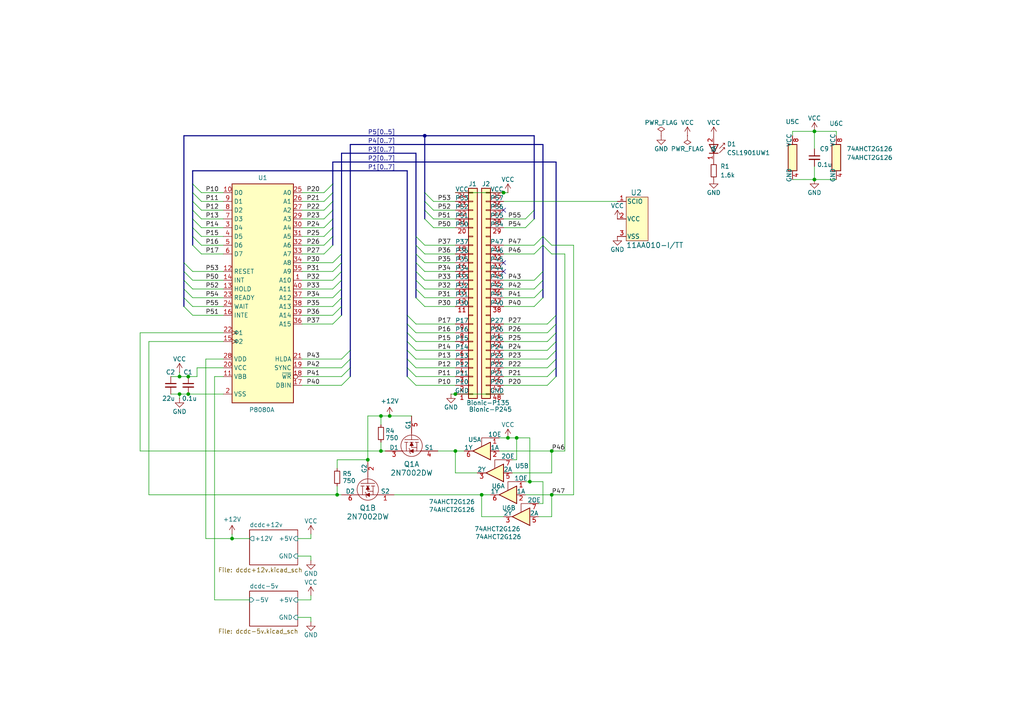
<source format=kicad_sch>
(kicad_sch (version 20231120) (generator "eeschema") (generator_version "8.0")
  (paper "A4")
  (title_block (title "BionicP8080") (date "2025-02-27") (rev "1") (company "Tadashi G. Takaoka"))
  (lib_symbols
    (symbol "Device:C_Small" (pin_numbers hide) (pin_names (offset 0.254) hide)
      (property "Reference" "C" (at 0.254 1.778 0))
      (property "Value" "C_Small" (at 0.254 -2.032 0))
      (symbol "C_Small_0_1"
        (polyline (pts (xy -1.524 -0.508) (xy 1.524 -0.508)) (stroke (width 0.3302)))
        (polyline (pts (xy -1.524 0.508) (xy 1.524 0.508)) (stroke (width 0.3048)))
      )
      (symbol "C_Small_1_1"
        (pin passive line (at 0 2.54 270) (length 2.032) (name "~") (number "1"))
        (pin passive line (at 0 -2.54 90) (length 2.032) (name "~") (number "2"))
      )
    )
    (symbol "Device:R_Small" (pin_numbers hide) (pin_names (offset 0.254) hide)
      (property "Reference" "R" (at 0.762 0.508 0))
      (property "Value" "R_Small" (at 0.762 -1.016 0))
      (symbol "R_Small_0_1"
        (rectangle (start -0.762 1.778) (end 0.762 -1.778) (stroke (width 0.2032)))
      )
      (symbol "R_Small_1_1"
        (pin passive line (at 0 2.54 270) (length 0.762) (name "~") (number "1"))
        (pin passive line (at 0 -2.54 90) (length 0.762) (name "~") (number "2"))
      )
    )
    (symbol "bionic:Bionic-P135" (pin_names (offset 0))
      (property "Reference" "J" (at 0 30.48 0))
      (property "Value" "Bionic-P135" (at -1.27 -33.02 0))
      (symbol "Bionic-P135_1_1"
        (rectangle (start 0 -30.353) (end -1.27 -30.607) (stroke (width 0.1524)))
        (rectangle (start 0 -27.813) (end -1.27 -28.067) (stroke (width 0.1524)))
        (rectangle (start 0 -25.273) (end -1.27 -25.527) (stroke (width 0.1524)))
        (rectangle (start 0 -22.733) (end -1.27 -22.987) (stroke (width 0.1524)))
        (rectangle (start 0 -20.193) (end -1.27 -20.447) (stroke (width 0.1524)))
        (rectangle (start 0 -17.653) (end -1.27 -17.907) (stroke (width 0.1524)))
        (rectangle (start 0 -15.113) (end -1.27 -15.367) (stroke (width 0.1524)))
        (rectangle (start 0 -12.573) (end -1.27 -12.827) (stroke (width 0.1524)))
        (rectangle (start 0 -10.033) (end -1.27 -10.287) (stroke (width 0.1524)))
        (rectangle (start 0 -7.493) (end -1.27 -7.747) (stroke (width 0.1524)))
        (rectangle (start 0 -4.953) (end -1.27 -5.207) (stroke (width 0.1524)))
        (rectangle (start 0 -2.413) (end -1.27 -2.667) (stroke (width 0.1524)))
        (rectangle (start 0 0.127) (end -1.27 -0.127) (stroke (width 0.1524)))
        (rectangle (start 0 2.667) (end -1.27 2.413) (stroke (width 0.1524)))
        (rectangle (start 0 5.207) (end -1.27 4.953) (stroke (width 0.1524)))
        (rectangle (start 0 7.747) (end -1.27 7.493) (stroke (width 0.1524)))
        (rectangle (start 0 10.287) (end -1.27 10.033) (stroke (width 0.1524)))
        (rectangle (start 0 12.827) (end -1.27 12.573) (stroke (width 0.1524)))
        (rectangle (start 0 15.367) (end -1.27 15.113) (stroke (width 0.1524)))
        (rectangle (start 0 17.907) (end -1.27 17.653) (stroke (width 0.1524)))
        (rectangle (start 0 20.447) (end -1.27 20.193) (stroke (width 0.1524)))
        (rectangle (start 0 22.987) (end -1.27 22.733) (stroke (width 0.1524)))
        (rectangle (start 0 25.527) (end -1.27 25.273) (stroke (width 0.1524)))
        (rectangle (start 0 28.067) (end -1.27 27.813) (stroke (width 0.1524)))
        (rectangle (start 1.27 29.21) (end -1.27 -31.75) (stroke (width 0.254)) (fill (type background)))
        (pin power_in line (at -5.08 -30.48 0) (length 3.81) (name "GND") (number "1"))
        (pin bidirectional line (at -5.08 -5.08 0) (length 3.81) (name "P30") (number "11"))
        (pin bidirectional line (at -5.08 -2.54 0) (length 3.81) (name "P31") (number "12"))
        (pin bidirectional line (at -5.08 0 0) (length 3.81) (name "P32") (number "13"))
        (pin bidirectional line (at -5.08 2.54 0) (length 3.81) (name "P33") (number "14"))
        (pin bidirectional line (at -5.08 5.08 0) (length 3.81) (name "P34") (number "15"))
        (pin bidirectional line (at -5.08 7.62 0) (length 3.81) (name "P35") (number "16"))
        (pin bidirectional line (at -5.08 10.16 0) (length 3.81) (name "P36") (number "17"))
        (pin bidirectional line (at -5.08 12.7 0) (length 3.81) (name "P37") (number "18"))
        (pin bidirectional line (at -5.08 -27.94 0) (length 3.81) (name "P10") (number "2"))
        (pin bidirectional line (at -5.08 17.78 0) (length 3.81) (name "P50") (number "20"))
        (pin bidirectional line (at -5.08 20.32 0) (length 3.81) (name "P51") (number "21"))
        (pin bidirectional line (at -5.08 22.86 0) (length 3.81) (name "P52") (number "22"))
        (pin bidirectional line (at -5.08 25.4 0) (length 3.81) (name "P53") (number "23"))
        (pin power_in line (at -5.08 27.94 0) (length 3.81) (name "VCC") (number "24"))
        (pin bidirectional line (at -5.08 -25.4 0) (length 3.81) (name "P11") (number "3"))
        (pin bidirectional line (at -5.08 -22.86 0) (length 3.81) (name "P12") (number "4"))
        (pin bidirectional line (at -5.08 -20.32 0) (length 3.81) (name "P13") (number "5"))
        (pin bidirectional line (at -5.08 -17.78 0) (length 3.81) (name "P14") (number "6"))
        (pin bidirectional line (at -5.08 -15.24 0) (length 3.81) (name "P15") (number "7"))
        (pin bidirectional line (at -5.08 -12.7 0) (length 3.81) (name "P16") (number "8"))
        (pin bidirectional line (at -5.08 -10.16 0) (length 3.81) (name "P17") (number "9"))
      )
    )
    (symbol "bionic:Bionic-P245" (pin_names (offset 0))
      (property "Reference" "J" (at -3.81 30.48 0))
      (property "Value" "Bionic-P245" (at -1.27 -33.02 0))
      (symbol "Bionic-P245_1_1"
        (rectangle (start -2.54 -30.607) (end -3.81 -30.353) (stroke (width 0.1524)))
        (rectangle (start -2.54 -28.067) (end -3.81 -27.813) (stroke (width 0.1524)))
        (rectangle (start -2.54 -25.527) (end -3.81 -25.273) (stroke (width 0.1524)))
        (rectangle (start -2.54 -22.987) (end -3.81 -22.733) (stroke (width 0.1524)))
        (rectangle (start -2.54 -20.447) (end -3.81 -20.193) (stroke (width 0.1524)))
        (rectangle (start -2.54 -17.907) (end -3.81 -17.653) (stroke (width 0.1524)))
        (rectangle (start -2.54 -15.367) (end -3.81 -15.113) (stroke (width 0.1524)))
        (rectangle (start -2.54 -12.827) (end -3.81 -12.573) (stroke (width 0.1524)))
        (rectangle (start -2.54 -10.287) (end -3.81 -10.033) (stroke (width 0.1524)))
        (rectangle (start -2.54 -7.747) (end -3.81 -7.493) (stroke (width 0.1524)))
        (rectangle (start -2.54 -5.207) (end -3.81 -4.953) (stroke (width 0.1524)))
        (rectangle (start -2.54 -2.667) (end -3.81 -2.413) (stroke (width 0.1524)))
        (rectangle (start -2.54 -0.127) (end -3.81 0.127) (stroke (width 0.1524)))
        (rectangle (start -2.54 2.413) (end -3.81 2.667) (stroke (width 0.1524)))
        (rectangle (start -2.54 4.953) (end -3.81 5.207) (stroke (width 0.1524)))
        (rectangle (start -2.54 7.493) (end -3.81 7.747) (stroke (width 0.1524)))
        (rectangle (start -2.54 10.033) (end -3.81 10.287) (stroke (width 0.1524)))
        (rectangle (start -2.54 12.573) (end -3.81 12.827) (stroke (width 0.1524)))
        (rectangle (start -2.54 15.113) (end -3.81 15.367) (stroke (width 0.1524)))
        (rectangle (start -2.54 17.653) (end -3.81 17.907) (stroke (width 0.1524)))
        (rectangle (start -2.54 20.193) (end -3.81 20.447) (stroke (width 0.1524)))
        (rectangle (start -2.54 22.733) (end -3.81 22.987) (stroke (width 0.1524)))
        (rectangle (start -2.54 25.273) (end -3.81 25.527) (stroke (width 0.1524)))
        (rectangle (start -2.54 27.813) (end -3.81 28.067) (stroke (width 0.1524)))
        (rectangle (start -2.54 29.21) (end -5.08 -31.75) (stroke (width 0.254)) (fill (type background)))
        (pin power_in line (at 1.27 27.94 180) (length 3.81) (name "VCC") (number "25"))
        (pin bidirectional line (at 1.27 25.4 180) (length 3.81) (name "P57") (number "26"))
        (pin bidirectional line (at 1.27 22.86 180) (length 3.81) (name "P56") (number "27"))
        (pin bidirectional line (at 1.27 20.32 180) (length 3.81) (name "P55") (number "28"))
        (pin bidirectional line (at 1.27 17.78 180) (length 3.81) (name "P54") (number "29"))
        (pin bidirectional line (at 1.27 12.7 180) (length 3.81) (name "P47") (number "31"))
        (pin bidirectional line (at 1.27 10.16 180) (length 3.81) (name "P46") (number "32"))
        (pin bidirectional line (at 1.27 7.62 180) (length 3.81) (name "P45") (number "33"))
        (pin bidirectional line (at 1.27 5.08 180) (length 3.81) (name "P44") (number "34"))
        (pin bidirectional line (at 1.27 2.54 180) (length 3.81) (name "P43") (number "35"))
        (pin bidirectional line (at 1.27 0 180) (length 3.81) (name "P42") (number "36"))
        (pin bidirectional line (at 1.27 -2.54 180) (length 3.81) (name "P41") (number "37"))
        (pin bidirectional line (at 1.27 -5.08 180) (length 3.81) (name "P40") (number "38"))
        (pin bidirectional line (at 1.27 -10.16 180) (length 3.81) (name "P27") (number "40"))
        (pin bidirectional line (at 1.27 -12.7 180) (length 3.81) (name "P26") (number "41"))
        (pin bidirectional line (at 1.27 -15.24 180) (length 3.81) (name "P25") (number "42"))
        (pin bidirectional line (at 1.27 -17.78 180) (length 3.81) (name "P24") (number "43"))
        (pin bidirectional line (at 1.27 -20.32 180) (length 3.81) (name "P23") (number "44"))
        (pin bidirectional line (at 1.27 -22.86 180) (length 3.81) (name "P22") (number "45"))
        (pin bidirectional line (at 1.27 -25.4 180) (length 3.81) (name "P21") (number "46"))
        (pin bidirectional line (at 1.27 -27.94 180) (length 3.81) (name "P20") (number "47"))
        (pin power_in line (at 1.27 -30.48 180) (length 3.81) (name "GND") (number "48"))
      )
    )
    (symbol "cpu:P8080A"
      (property "Reference" "U" (at -1.27 31.75 0))
      (property "Value" "P8080A" (at -0.254 -33.782 0))
      (symbol "P8080A_0_1"
        (rectangle (start -8.89 30.48) (end 8.89 -33.02) (stroke (width 0.254)) (fill (type background)))
      )
      (symbol "P8080A_1_1"
        (pin output line (at 11.43 2.54 180) (length 2.54) (name "A10") (number "1"))
        (pin bidirectional line (at -11.43 27.94 0) (length 2.54) (name "D0") (number "10"))
        (pin power_in line (at -11.43 -25.4 0) (length 2.54) (name "VBB") (number "11"))
        (pin input line (at -11.43 5.08 0) (length 2.54) (name "RESET") (number "12"))
        (pin input line (at -11.43 0 0) (length 2.54) (name "HOLD") (number "13"))
        (pin input line (at -11.43 2.54 0) (length 2.54) (name "INT") (number "14"))
        (pin input clock (at -11.43 -15.24 0) (length 2.54) (name "Φ2") (number "15"))
        (pin output line (at -11.43 -7.62 0) (length 2.54) (name "INTE") (number "16"))
        (pin output line (at 11.43 -27.94 180) (length 2.54) (name "DBIN") (number "17"))
        (pin output inverted (at 11.43 -25.4 180) (length 2.54) (name "~{WR}") (number "18"))
        (pin output line (at 11.43 -22.86 180) (length 2.54) (name "SYNC") (number "19"))
        (pin power_in line (at -11.43 -30.48 0) (length 2.54) (name "VSS") (number "2"))
        (pin power_in line (at -11.43 -22.86 0) (length 2.54) (name "VCC") (number "20"))
        (pin output line (at 11.43 -20.32 180) (length 2.54) (name "HLDA") (number "21"))
        (pin input clock (at -11.43 -12.7 0) (length 2.54) (name "Φ1") (number "22"))
        (pin input line (at -11.43 -2.54 0) (length 2.54) (name "READY") (number "23"))
        (pin output line (at -11.43 -5.08 0) (length 2.54) (name "WAIT") (number "24"))
        (pin output line (at 11.43 27.94 180) (length 2.54) (name "A0") (number "25"))
        (pin output line (at 11.43 25.4 180) (length 2.54) (name "A1") (number "26"))
        (pin output line (at 11.43 22.86 180) (length 2.54) (name "A2") (number "27"))
        (pin power_in line (at -11.43 -20.32 0) (length 2.54) (name "VDD") (number "28"))
        (pin output line (at 11.43 20.32 180) (length 2.54) (name "A3") (number "29"))
        (pin bidirectional line (at -11.43 17.78 0) (length 2.54) (name "D4") (number "3"))
        (pin output line (at 11.43 17.78 180) (length 2.54) (name "A4") (number "30"))
        (pin output line (at 11.43 15.24 180) (length 2.54) (name "A5") (number "31"))
        (pin output line (at 11.43 12.7 180) (length 2.54) (name "A6") (number "32"))
        (pin output line (at 11.43 10.16 180) (length 2.54) (name "A7") (number "33"))
        (pin output line (at 11.43 7.62 180) (length 2.54) (name "A8") (number "34"))
        (pin output line (at 11.43 5.08 180) (length 2.54) (name "A9") (number "35"))
        (pin output line (at 11.43 -10.16 180) (length 2.54) (name "A15") (number "36"))
        (pin output line (at 11.43 -2.54 180) (length 2.54) (name "A12") (number "37"))
        (pin output line (at 11.43 -5.08 180) (length 2.54) (name "A13") (number "38"))
        (pin output line (at 11.43 -7.62 180) (length 2.54) (name "A14") (number "39"))
        (pin bidirectional line (at -11.43 15.24 0) (length 2.54) (name "D5") (number "4"))
        (pin output line (at 11.43 0 180) (length 2.54) (name "A11") (number "40"))
        (pin bidirectional line (at -11.43 12.7 0) (length 2.54) (name "D6") (number "5"))
        (pin bidirectional line (at -11.43 10.16 0) (length 2.54) (name "D7") (number "6"))
        (pin bidirectional line (at -11.43 20.32 0) (length 2.54) (name "D3") (number "7"))
        (pin bidirectional line (at -11.43 22.86 0) (length 2.54) (name "D2") (number "8"))
        (pin bidirectional line (at -11.43 25.4 0) (length 2.54) (name "D1") (number "9"))
      )
    )
    (symbol "microchip:11AA010-I_TT" (pin_names (offset 0.254))
      (property "Reference" "U" (at 2.54 1.27 0))
      (property "Value" "11AA010-I/TT" (at 3.81 -13.97 0))
      (symbol "11AA010-I_TT_1_1"
        (rectangle (start 0 0) (end 6.35 -12.7) (fill (type background)))
        (pin bidirectional line (at -2.54 -1.27 0) (length 2.54) (name "SCIO") (number "1"))
        (pin power_in line (at -2.54 -6.35 0) (length 2.54) (name "VCC") (number "2"))
        (pin power_in line (at -2.54 -11.43 0) (length 2.54) (name "VSS") (number "3"))
      )
    )
    (symbol "nexperia:74AHCT2G126" (pin_names (offset 0))
      (property "Reference" "U" (at -1.524 3.556 0))
      (property "Value" "74AHCT2G126" (at 6.858 3.556 0))
      (symbol "74AHCT2G126_1_1"
        (polyline (pts (xy -2.54 -3.81) (xy 0 -3.81) (xy 0 -1.27)))
        (polyline (pts (xy -2.54 2.54) (xy -2.54 -2.54) (xy 2.54 0) (xy -2.54 2.54)) (stroke (width 0.254)) (fill (type background)))
        (pin input line (at -5.08 -3.81 0) (length 2.54) (name "1OE") (number "1"))
        (pin input line (at -5.08 0 0) (length 2.54) (name "1A") (number "2"))
        (pin tri_state line (at 5.08 0 180) (length 2.54) (name "1Y") (number "6"))
      )
      (symbol "74AHCT2G126_2_1"
        (polyline (pts (xy -2.54 -3.81) (xy 0 -3.81) (xy 0 -1.27)))
        (polyline (pts (xy -2.54 2.54) (xy -2.54 -2.54) (xy 2.54 0) (xy -2.54 2.54)) (stroke (width 0.254)) (fill (type background)))
        (pin tri_state line (at 5.08 0 180) (length 2.54) (name "2Y") (number "3"))
        (pin input line (at -5.08 0 0) (length 2.54) (name "2A") (number "5"))
        (pin input line (at -5.08 -3.81 0) (length 2.54) (name "2OE") (number "7"))
      )
      (symbol "74AHCT2G126_3_0"
        (rectangle (start -1.27 3.81) (end 1.27 -3.81) (stroke (width 0.254)) (fill (type background)))
      )
      (symbol "74AHCT2G126_3_1"
        (pin power_in line (at 0 -6.35 90) (length 2.54) (name "GND") (number "4"))
        (pin power_in line (at 0 6.35 270) (length 2.54) (name "VCC") (number "8"))
      )
    )
    (symbol "onsemi:2N7002DW" (pin_names (offset 0))
      (property "Reference" "Q" (at 8.128 10.668 0))
      (property "Value" "2N7002DW" (at 5.588 -19.558 0))
      (symbol "2N7002DW_1_1"
        (polyline (pts (xy 0 0) (xy 1.778 0)))
        (polyline (pts (xy 1.778 -2.032) (xy 1.778 2.032)))
        (polyline (pts (xy 2.54 -2.032) (xy 2.54 -1.016)))
        (polyline (pts (xy 2.54 -0.508) (xy 2.54 0.508)))
        (polyline (pts (xy 2.54 1.016) (xy 2.54 2.032)))
        (polyline (pts (xy 5.08 -1.524) (xy 5.08 -2.54)))
        (polyline (pts (xy 5.08 2.54) (xy 5.08 1.524)))
        (polyline (pts (xy 4.064 -1.524) (xy 4.064 0) (xy 3.556 0)))
        (polyline (pts (xy 5.08 -0.508) (xy 5.08 -1.524) (xy 2.54 -1.524)))
        (polyline (pts (xy 5.08 0.508) (xy 5.08 1.524) (xy 2.54 1.524)))
        (polyline (pts (xy 2.54 0) (xy 3.556 0.508) (xy 3.556 -0.508) (xy 2.54 0)) (fill (type outline)))
        (polyline (pts (xy 4.318 0.762) (xy 4.572 0.508) (xy 5.588 0.508) (xy 5.842 0.254)))
        (polyline (pts (xy 5.08 0.508) (xy 5.588 -0.508) (xy 4.572 -0.508) (xy 5.08 0.508)) (fill (type outline)))
        (circle (center 3.556 0) (radius 3.1005))
        (pin unspecified line (at 5.08 7.62 270) (length 5.08) (name "D1") (number "3"))
        (pin unspecified line (at 5.08 -7.62 90) (length 5.08) (name "S1") (number "4"))
        (pin unspecified line (at -5.08 0 0) (length 5.08) (name "G1") (number "5"))
      )
      (symbol "2N7002DW_2_1"
        (polyline (pts (xy 0 0) (xy 1.778 0)))
        (polyline (pts (xy 1.778 -2.032) (xy 1.778 2.032)))
        (polyline (pts (xy 2.54 -2.032) (xy 2.54 -1.016)))
        (polyline (pts (xy 2.54 -0.508) (xy 2.54 0.508)))
        (polyline (pts (xy 2.54 1.016) (xy 2.54 2.032)))
        (polyline (pts (xy 5.08 -1.524) (xy 5.08 -2.54)))
        (polyline (pts (xy 5.08 2.54) (xy 5.08 1.524)))
        (polyline (pts (xy 4.064 -1.524) (xy 4.064 0) (xy 3.556 0)))
        (polyline (pts (xy 5.08 -0.508) (xy 5.08 -1.524) (xy 2.54 -1.524)))
        (polyline (pts (xy 5.08 0.508) (xy 5.08 1.524) (xy 2.54 1.524)))
        (polyline (pts (xy 2.54 0) (xy 3.556 0.508) (xy 3.556 -0.508) (xy 2.54 0)) (fill (type outline)))
        (polyline (pts (xy 4.318 0.762) (xy 4.572 0.508) (xy 5.588 0.508) (xy 5.842 0.254)))
        (polyline (pts (xy 5.08 0.508) (xy 5.588 -0.508) (xy 4.572 -0.508) (xy 5.08 0.508)) (fill (type outline)))
        (circle (center 3.556 0) (radius 3.1005))
        (pin unspecified line (at 5.08 -7.62 90) (length 5.08) (name "S2") (number "1"))
        (pin unspecified line (at -5.08 0 0) (length 5.08) (name "G2") (number "2"))
        (pin unspecified line (at 5.08 7.62 270) (length 5.08) (name "D2") (number "6"))
      )
    )
    (symbol "power:+12V" (power) (pin_numbers hide) (pin_names (offset 0) hide)
      (property "Value" "+12V" (at 0 3.556 0))
      (symbol "+12V_0_1"
        (polyline (pts (xy -0.762 1.27) (xy 0 2.54)))
        (polyline (pts (xy 0 0) (xy 0 2.54)))
        (polyline (pts (xy 0 2.54) (xy 0.762 1.27)))
      )
      (symbol "+12V_1_1"
        (pin power_in line (at 0 0 90) (length 0) (name "~") (number "1"))
      )
    )
    (symbol "power:GND" (power) (pin_numbers hide) (pin_names (offset 0) hide)
      (property "Value" "GND" (at 0 -3.81 0))
      (symbol "GND_0_1"
        (polyline (pts (xy 0 0) (xy 0 -1.27) (xy 1.27 -1.27) (xy 0 -2.54) (xy -1.27 -1.27) (xy 0 -1.27)))
      )
      (symbol "GND_1_1"
        (pin power_in line (at 0 0 270) (length 0) (name "~") (number "1"))
      )
    )
    (symbol "power:PWR_FLAG" (power) (pin_numbers hide) (pin_names (offset 0) hide)
      (property "Value" "PWR_FLAG" (at 0 3.81 0))
      (symbol "PWR_FLAG_0_0"
        (pin power_out line (at 0 0 90) (length 0) (name "~") (number "1"))
      )
      (symbol "PWR_FLAG_0_1"
        (polyline (pts (xy 0 0) (xy 0 1.27) (xy -1.016 1.905) (xy 0 2.54) (xy 1.016 1.905) (xy 0 1.27)))
      )
    )
    (symbol "power:VCC" (power) (pin_numbers hide) (pin_names (offset 0) hide)
      (property "Value" "VCC" (at 0 3.556 0))
      (symbol "VCC_0_1"
        (polyline (pts (xy -0.762 1.27) (xy 0 2.54)))
        (polyline (pts (xy 0 0) (xy 0 2.54)))
        (polyline (pts (xy 0 2.54) (xy 0.762 1.27)))
      )
      (symbol "VCC_1_1"
        (pin power_in line (at 0 0 90) (length 0) (name "~") (number "1"))
      )
    )
    (symbol "rhom:CSL1901UW1" (pin_names (offset 0.254))
      (property "Reference" "D" (at 3.81 -2.54 0))
      (property "Value" "CSL1901UW1" (at 3.81 -5.08 0))
      (symbol "CSL1901UW1_0_1"
        (polyline (pts (xy 2.159 3.175) (xy 2.667 3.175)))
        (polyline (pts (xy 2.54 0) (xy 5.08 0)))
        (polyline (pts (xy 5.08 1.27) (xy 5.08 -1.27)) (stroke (width 0.254)))
        (polyline (pts (xy 3.683 1.651) (xy 2.159 3.175) (xy 2.159 2.667)))
        (polyline (pts (xy 2.54 -1.27) (xy 5.08 0) (xy 2.54 1.27) (xy 2.54 -1.27)) (stroke (width 0.254)))
        (polyline (pts (xy 4.953 1.651) (xy 3.429 3.175) (xy 3.429 2.667) (xy 3.429 3.175) (xy 3.937 3.175)))
      )
      (symbol "CSL1901UW1_1_1"
        (pin passive line (at 7.62 0 180) (length 2.54) (name "K") (number "1"))
        (pin passive line (at 0 0 0) (length 2.54) (name "A") (number "2"))
      )
      (symbol "CSL1901UW1_1_2"
        (polyline (pts (xy -5.08 7.62) (xy -4.445 8.255)) (stroke (width 0.2032)))
        (polyline (pts (xy -5.08 8.255) (xy -5.08 7.62)) (stroke (width 0.2032)))
        (polyline (pts (xy -4.445 6.35) (xy -3.81 6.985)) (stroke (width 0.2032)))
        (polyline (pts (xy -4.445 8.255) (xy -5.08 8.255)) (stroke (width 0.2032)))
        (polyline (pts (xy -4.445 9.525) (xy -3.81 10.16)) (stroke (width 0.2032)))
        (polyline (pts (xy -4.445 10.16) (xy -4.445 9.525)) (stroke (width 0.2032)))
        (polyline (pts (xy -3.81 6.985) (xy -5.08 8.255)) (stroke (width 0.2032)))
        (polyline (pts (xy -3.81 8.255) (xy -3.175 8.89)) (stroke (width 0.2032)))
        (polyline (pts (xy -3.81 10.16) (xy -4.445 10.16)) (stroke (width 0.2032)))
        (polyline (pts (xy -3.175 5.08) (xy -4.445 6.35)) (stroke (width 0.2032)))
        (polyline (pts (xy -3.175 8.89) (xy -4.445 10.16)) (stroke (width 0.2032)))
        (polyline (pts (xy -2.54 6.985) (xy -3.81 8.255)) (stroke (width 0.2032)))
        (polyline (pts (xy -1.905 3.81) (xy 1.905 3.81)) (stroke (width 0.2032)))
        (polyline (pts (xy 0 2.54) (xy 0 3.4798)) (stroke (width 0.2032)))
        (polyline (pts (xy 0 3.175) (xy 0 3.81)) (stroke (width 0.2032)))
        (polyline (pts (xy 0 6.35) (xy -1.905 3.81)) (stroke (width 0.2032)))
        (polyline (pts (xy 0 6.35) (xy 0 7.62)) (stroke (width 0.2032)))
        (polyline (pts (xy 1.905 3.81) (xy 0 6.35)) (stroke (width 0.2032)))
        (polyline (pts (xy 1.905 6.35) (xy -1.905 6.35)) (stroke (width 0.2032)))
        (pin unspecified line (at 0 10.16 270) (length 2.54) (name "") (number "1"))
        (pin unspecified line (at 0 0 90) (length 2.54) (name "") (number "2"))
      )
    )
  )
  (junction (at 160.02 143.51))
  (junction (at 139.7 143.51))
  (junction (at 123.19 39.37))
  (junction (at 149.86 127))
  (junction (at 236.22 38.1))
  (junction (at 160.02 130.81))
  (junction (at 147.32 127))
  (junction (at 54.61 109.22))
  (junction (at 132.08 114.3))
  (junction (at 97.79 143.51))
  (junction (at 236.22 52.07))
  (junction (at 110.49 130.81))
  (junction (at 146.05 55.88))
  (junction (at 52.07 109.22))
  (junction (at 153.67 139.7))
  (junction (at 54.61 114.3))
  (junction (at 113.03 120.65))
  (junction (at 132.08 130.81))
  (junction (at 106.68 133.35))
  (junction (at 67.31 156.21))
  (junction (at 110.49 120.65))
  (junction (at 52.07 114.3))
  (no_connect (at 146.05 78.74))
  (no_connect (at 146.05 60.96))
  (no_connect (at 146.05 76.2))
  (bus_entry (at 154.94 73.66) (size 2.54 -2.54))
  (bus_entry (at 161.29 109.22) (size -2.54 2.54))
  (bus_entry (at 99.06 88.9) (size -2.54 2.54))
  (bus_entry (at 120.65 86.36) (size 2.54 2.54))
  (bus_entry (at 96.52 81.28) (size 2.54 -2.54))
  (bus_entry (at 55.88 91.44) (size -2.54 -2.54))
  (bus_entry (at 120.65 104.14) (size -2.54 -2.54))
  (bus_entry (at 99.06 91.44) (size -2.54 2.54))
  (bus_entry (at 161.29 93.98) (size -2.54 2.54))
  (bus_entry (at 96.52 78.74) (size 2.54 -2.54))
  (bus_entry (at 53.34 78.74) (size 2.54 2.54))
  (bus_entry (at 96.52 60.96) (size -2.54 2.54))
  (bus_entry (at 101.6 106.68) (size -2.54 2.54))
  (bus_entry (at 123.19 58.42) (size 2.54 2.54))
  (bus_entry (at 154.94 71.12) (size 2.54 -2.54))
  (bus_entry (at 58.42 55.88) (size -2.54 -2.54))
  (bus_entry (at 152.4 66.04) (size 2.54 -2.54))
  (bus_entry (at 161.29 101.6) (size -2.54 2.54))
  (bus_entry (at 120.65 109.22) (size -2.54 -2.54))
  (bus_entry (at 161.29 96.52) (size -2.54 2.54))
  (bus_entry (at 154.94 86.36) (size 2.54 -2.54))
  (bus_entry (at 58.42 68.58) (size -2.54 -2.54))
  (bus_entry (at 120.65 111.76) (size -2.54 -2.54))
  (bus_entry (at 120.65 93.98) (size -2.54 -2.54))
  (bus_entry (at 120.65 83.82) (size 2.54 2.54))
  (bus_entry (at 160.02 73.66) (size -2.54 -2.54))
  (bus_entry (at 96.52 83.82) (size 2.54 -2.54))
  (bus_entry (at 160.02 71.12) (size -2.54 -2.54))
  (bus_entry (at 96.52 68.58) (size -2.54 2.54))
  (bus_entry (at 96.52 71.12) (size -2.54 2.54))
  (bus_entry (at 58.42 60.96) (size -2.54 -2.54))
  (bus_entry (at 120.65 99.06) (size -2.54 -2.54))
  (bus_entry (at 96.52 66.04) (size -2.54 2.54))
  (bus_entry (at 120.65 81.28) (size 2.54 2.54))
  (bus_entry (at 120.65 73.66) (size 2.54 2.54))
  (bus_entry (at 123.19 60.96) (size 2.54 2.54))
  (bus_entry (at 161.29 106.68) (size -2.54 2.54))
  (bus_entry (at 161.29 99.06) (size -2.54 2.54))
  (bus_entry (at 120.65 71.12) (size 2.54 2.54))
  (bus_entry (at 96.52 53.34) (size -2.54 2.54))
  (bus_entry (at 58.42 71.12) (size -2.54 -2.54))
  (bus_entry (at 120.65 68.58) (size 2.54 2.54))
  (bus_entry (at 120.65 101.6) (size -2.54 -2.54))
  (bus_entry (at 55.88 88.9) (size -2.54 -2.54))
  (bus_entry (at 158.75 93.98) (size 2.54 -2.54))
  (bus_entry (at 58.42 58.42) (size -2.54 -2.54))
  (bus_entry (at 58.42 73.66) (size -2.54 -2.54))
  (bus_entry (at 96.52 58.42) (size -2.54 2.54))
  (bus_entry (at 123.19 55.88) (size 2.54 2.54))
  (bus_entry (at 53.34 76.2) (size 2.54 2.54))
  (bus_entry (at 99.06 86.36) (size -2.54 2.54))
  (bus_entry (at 96.52 55.88) (size -2.54 2.54))
  (bus_entry (at 55.88 86.36) (size -2.54 -2.54))
  (bus_entry (at 123.19 63.5) (size 2.54 2.54))
  (bus_entry (at 101.6 104.14) (size -2.54 2.54))
  (bus_entry (at 101.6 109.22) (size -2.54 2.54))
  (bus_entry (at 96.52 63.5) (size -2.54 2.54))
  (bus_entry (at 154.94 83.82) (size 2.54 -2.54))
  (bus_entry (at 161.29 104.14) (size -2.54 2.54))
  (bus_entry (at 120.65 106.68) (size -2.54 -2.54))
  (bus_entry (at 99.06 83.82) (size -2.54 2.54))
  (bus_entry (at 120.65 76.2) (size 2.54 2.54))
  (bus_entry (at 58.42 66.04) (size -2.54 -2.54))
  (bus_entry (at 120.65 96.52) (size -2.54 -2.54))
  (bus_entry (at 152.4 63.5) (size 2.54 -2.54))
  (bus_entry (at 96.52 76.2) (size 2.54 -2.54))
  (bus_entry (at 120.65 78.74) (size 2.54 2.54))
  (bus_entry (at 101.6 101.6) (size -2.54 2.54))
  (bus_entry (at 154.94 81.28) (size 2.54 -2.54))
  (bus_entry (at 154.94 88.9) (size 2.54 -2.54))
  (bus_entry (at 53.34 81.28) (size 2.54 2.54))
  (bus_entry (at 58.42 63.5) (size -2.54 -2.54))
  (wire (pts (xy 123.19 81.28) (xy 132.08 81.28)))
  (wire (pts (xy 157.48 146.05) (xy 156.21 146.05)))
  (wire (pts (xy 58.42 63.5) (xy 64.77 63.5)))
  (wire (pts (xy 123.19 86.36) (xy 132.08 86.36)))
  (wire (pts (xy 87.63 60.96) (xy 93.98 60.96)))
  (wire (pts (xy 90.17 161.29) (xy 90.17 162.56)))
  (wire (pts (xy 120.65 99.06) (xy 132.08 99.06)))
  (wire (pts (xy 127 130.81) (xy 132.08 130.81)))
  (wire (pts (xy 87.63 83.82) (xy 96.52 83.82)))
  (wire (pts (xy 125.73 66.04) (xy 132.08 66.04)))
  (bus (pts (xy 161.29 106.68) (xy 161.29 109.22)))
  (bus (pts (xy 120.65 78.74) (xy 120.65 81.28)))
  (bus (pts (xy 161.29 93.98) (xy 161.29 96.52)))
  (bus (pts (xy 118.11 104.14) (xy 118.11 106.68)))
  (bus (pts (xy 101.6 104.14) (xy 101.6 101.6)))
  (bus (pts (xy 96.52 46.99) (xy 161.29 46.99)))
  (bus (pts (xy 154.94 60.96) (xy 154.94 39.37)))
  (wire (pts (xy 236.22 52.07) (xy 229.87 52.07)))
  (wire (pts (xy 236.22 52.07) (xy 242.57 52.07)))
  (wire (pts (xy 58.42 73.66) (xy 64.77 73.66)))
  (wire (pts (xy 163.83 73.66) (xy 163.83 130.81)))
  (bus (pts (xy 161.29 96.52) (xy 161.29 99.06)))
  (wire (pts (xy 139.7 143.51) (xy 142.24 143.51)))
  (bus (pts (xy 154.94 63.5) (xy 154.94 60.96)))
  (wire (pts (xy 146.05 86.36) (xy 154.94 86.36)))
  (bus (pts (xy 161.29 104.14) (xy 161.29 106.68)))
  (wire (pts (xy 86.36 173.99) (xy 90.17 173.99)))
  (wire (pts (xy 144.78 127) (xy 147.32 127)))
  (wire (pts (xy 120.65 93.98) (xy 132.08 93.98)))
  (wire (pts (xy 146.05 71.12) (xy 154.94 71.12)))
  (bus (pts (xy 118.11 99.06) (xy 118.11 101.6)))
  (bus (pts (xy 161.29 99.06) (xy 161.29 101.6)))
  (wire (pts (xy 146.05 111.76) (xy 158.75 111.76)))
  (wire (pts (xy 87.63 58.42) (xy 93.98 58.42)))
  (bus (pts (xy 55.88 49.53) (xy 118.11 49.53)))
  (wire (pts (xy 153.67 139.7) (xy 157.48 139.7)))
  (wire (pts (xy 147.32 55.88) (xy 146.05 55.88)))
  (wire (pts (xy 149.86 133.35) (xy 149.86 127)))
  (wire (pts (xy 43.18 143.51) (xy 43.18 99.06)))
  (wire (pts (xy 49.53 114.3) (xy 52.07 114.3)))
  (wire (pts (xy 163.83 73.66) (xy 160.02 73.66)))
  (wire (pts (xy 52.07 114.3) (xy 54.61 114.3)))
  (wire (pts (xy 111.76 130.81) (xy 110.49 130.81)))
  (wire (pts (xy 87.63 93.98) (xy 96.52 93.98)))
  (bus (pts (xy 157.48 81.28) (xy 157.48 78.74)))
  (wire (pts (xy 57.15 106.68) (xy 57.15 109.22)))
  (wire (pts (xy 87.63 111.76) (xy 99.06 111.76)))
  (wire (pts (xy 130.81 114.3) (xy 132.08 114.3)))
  (bus (pts (xy 123.19 60.96) (xy 123.19 63.5)))
  (wire (pts (xy 148.59 137.16) (xy 160.02 137.16)))
  (wire (pts (xy 90.17 173.99) (xy 90.17 172.72)))
  (wire (pts (xy 123.19 76.2) (xy 132.08 76.2)))
  (bus (pts (xy 157.48 71.12) (xy 157.48 68.58)))
  (wire (pts (xy 236.22 48.26) (xy 236.22 52.07)))
  (wire (pts (xy 49.53 109.22) (xy 52.07 109.22)))
  (bus (pts (xy 96.52 63.5) (xy 96.52 66.04)))
  (wire (pts (xy 123.19 88.9) (xy 132.08 88.9)))
  (wire (pts (xy 106.68 120.65) (xy 106.68 133.35)))
  (wire (pts (xy 87.63 88.9) (xy 96.52 88.9)))
  (wire (pts (xy 55.88 86.36) (xy 64.77 86.36)))
  (wire (pts (xy 242.57 39.37) (xy 242.57 38.1)))
  (bus (pts (xy 118.11 106.68) (xy 118.11 109.22)))
  (wire (pts (xy 86.36 161.29) (xy 90.17 161.29)))
  (bus (pts (xy 53.34 81.28) (xy 53.34 83.82)))
  (wire (pts (xy 43.18 99.06) (xy 64.77 99.06)))
  (wire (pts (xy 148.59 133.35) (xy 149.86 133.35)))
  (wire (pts (xy 62.23 173.99) (xy 62.23 109.22)))
  (wire (pts (xy 55.88 78.74) (xy 64.77 78.74)))
  (wire (pts (xy 97.79 135.89) (xy 97.79 133.35)))
  (bus (pts (xy 101.6 106.68) (xy 101.6 109.22)))
  (bus (pts (xy 99.06 73.66) (xy 99.06 44.45)))
  (bus (pts (xy 53.34 86.36) (xy 53.34 83.82)))
  (wire (pts (xy 55.88 91.44) (xy 64.77 91.44)))
  (wire (pts (xy 87.63 86.36) (xy 96.52 86.36)))
  (wire (pts (xy 58.42 60.96) (xy 64.77 60.96)))
  (bus (pts (xy 55.88 58.42) (xy 55.88 60.96)))
  (wire (pts (xy 146.05 73.66) (xy 154.94 73.66)))
  (wire (pts (xy 139.7 149.86) (xy 139.7 143.51)))
  (bus (pts (xy 120.65 44.45) (xy 120.65 68.58)))
  (wire (pts (xy 40.64 96.52) (xy 40.64 130.81)))
  (wire (pts (xy 229.87 38.1) (xy 229.87 39.37)))
  (wire (pts (xy 87.63 73.66) (xy 93.98 73.66)))
  (wire (pts (xy 153.67 139.7) (xy 152.4 139.7)))
  (bus (pts (xy 96.52 68.58) (xy 96.52 71.12)))
  (wire (pts (xy 120.65 96.52) (xy 132.08 96.52)))
  (wire (pts (xy 110.49 130.81) (xy 40.64 130.81)))
  (wire (pts (xy 146.05 106.68) (xy 158.75 106.68)))
  (bus (pts (xy 55.88 68.58) (xy 55.88 71.12)))
  (bus (pts (xy 161.29 101.6) (xy 161.29 104.14)))
  (bus (pts (xy 123.19 39.37) (xy 123.19 55.88)))
  (bus (pts (xy 99.06 78.74) (xy 99.06 81.28)))
  (wire (pts (xy 110.49 128.27) (xy 110.49 130.81)))
  (wire (pts (xy 138.43 137.16) (xy 132.08 137.16)))
  (wire (pts (xy 87.63 109.22) (xy 99.06 109.22)))
  (bus (pts (xy 53.34 78.74) (xy 53.34 81.28)))
  (wire (pts (xy 58.42 71.12) (xy 64.77 71.12)))
  (wire (pts (xy 236.22 43.18) (xy 236.22 38.1)))
  (wire (pts (xy 120.65 111.76) (xy 132.08 111.76)))
  (wire (pts (xy 149.86 127) (xy 147.32 127)))
  (bus (pts (xy 118.11 96.52) (xy 118.11 99.06)))
  (wire (pts (xy 146.05 58.42) (xy 179.07 58.42)))
  (wire (pts (xy 87.63 68.58) (xy 93.98 68.58)))
  (wire (pts (xy 132.08 137.16) (xy 132.08 130.81)))
  (wire (pts (xy 86.36 179.07) (xy 90.17 179.07)))
  (wire (pts (xy 87.63 104.14) (xy 99.06 104.14)))
  (bus (pts (xy 120.65 83.82) (xy 120.65 86.36)))
  (bus (pts (xy 157.48 83.82) (xy 157.48 81.28)))
  (wire (pts (xy 166.37 71.12) (xy 160.02 71.12)))
  (bus (pts (xy 53.34 88.9) (xy 53.34 86.36)))
  (bus (pts (xy 154.94 39.37) (xy 123.19 39.37)))
  (wire (pts (xy 125.73 60.96) (xy 132.08 60.96)))
  (wire (pts (xy 123.19 83.82) (xy 132.08 83.82)))
  (bus (pts (xy 118.11 49.53) (xy 118.11 91.44)))
  (wire (pts (xy 123.19 71.12) (xy 132.08 71.12)))
  (wire (pts (xy 58.42 58.42) (xy 64.77 58.42)))
  (bus (pts (xy 55.88 60.96) (xy 55.88 63.5)))
  (bus (pts (xy 55.88 53.34) (xy 55.88 49.53)))
  (wire (pts (xy 87.63 76.2) (xy 96.52 76.2)))
  (wire (pts (xy 146.05 104.14) (xy 158.75 104.14)))
  (bus (pts (xy 120.65 73.66) (xy 120.65 76.2)))
  (wire (pts (xy 114.3 143.51) (xy 139.7 143.51)))
  (bus (pts (xy 161.29 91.44) (xy 161.29 93.98)))
  (wire (pts (xy 125.73 58.42) (xy 132.08 58.42)))
  (wire (pts (xy 87.63 81.28) (xy 96.52 81.28)))
  (bus (pts (xy 118.11 93.98) (xy 118.11 96.52)))
  (bus (pts (xy 99.06 88.9) (xy 99.06 91.44)))
  (bus (pts (xy 157.48 86.36) (xy 157.48 83.82)))
  (wire (pts (xy 119.38 120.65) (xy 113.03 120.65)))
  (wire (pts (xy 43.18 143.51) (xy 97.79 143.51)))
  (wire (pts (xy 120.65 104.14) (xy 132.08 104.14)))
  (wire (pts (xy 146.05 93.98) (xy 158.75 93.98)))
  (wire (pts (xy 64.77 83.82) (xy 55.88 83.82)))
  (bus (pts (xy 55.88 55.88) (xy 55.88 58.42)))
  (wire (pts (xy 97.79 140.97) (xy 97.79 143.51)))
  (wire (pts (xy 59.69 104.14) (xy 64.77 104.14)))
  (wire (pts (xy 146.05 109.22) (xy 158.75 109.22)))
  (bus (pts (xy 99.06 44.45) (xy 120.65 44.45)))
  (wire (pts (xy 64.77 106.68) (xy 57.15 106.68)))
  (wire (pts (xy 52.07 107.95) (xy 52.07 109.22)))
  (wire (pts (xy 55.88 81.28) (xy 64.77 81.28)))
  (bus (pts (xy 118.11 91.44) (xy 118.11 93.98)))
  (bus (pts (xy 96.52 53.34) (xy 96.52 55.88)))
  (bus (pts (xy 53.34 39.37) (xy 123.19 39.37)))
  (wire (pts (xy 67.31 156.21) (xy 59.69 156.21)))
  (wire (pts (xy 97.79 143.51) (xy 99.06 143.51)))
  (bus (pts (xy 120.65 76.2) (xy 120.65 78.74)))
  (wire (pts (xy 146.05 63.5) (xy 152.4 63.5)))
  (bus (pts (xy 96.52 53.34) (xy 96.52 46.99)))
  (bus (pts (xy 96.52 55.88) (xy 96.52 58.42)))
  (wire (pts (xy 146.05 83.82) (xy 154.94 83.82)))
  (wire (pts (xy 72.39 173.99) (xy 62.23 173.99)))
  (bus (pts (xy 161.29 46.99) (xy 161.29 91.44)))
  (bus (pts (xy 120.65 68.58) (xy 120.65 71.12)))
  (wire (pts (xy 160.02 137.16) (xy 160.02 130.81)))
  (wire (pts (xy 87.63 78.74) (xy 96.52 78.74)))
  (wire (pts (xy 54.61 114.3) (xy 64.77 114.3)))
  (wire (pts (xy 153.67 139.7) (xy 153.67 127)))
  (wire (pts (xy 87.63 63.5) (xy 93.98 63.5)))
  (bus (pts (xy 120.65 81.28) (xy 120.65 83.82)))
  (wire (pts (xy 87.63 55.88) (xy 93.98 55.88)))
  (bus (pts (xy 157.48 71.12) (xy 157.48 78.74)))
  (wire (pts (xy 144.78 130.81) (xy 160.02 130.81)))
  (bus (pts (xy 99.06 81.28) (xy 99.06 83.82)))
  (wire (pts (xy 110.49 120.65) (xy 110.49 123.19)))
  (wire (pts (xy 58.42 68.58) (xy 64.77 68.58)))
  (bus (pts (xy 99.06 83.82) (xy 99.06 86.36)))
  (wire (pts (xy 87.63 91.44) (xy 96.52 91.44)))
  (bus (pts (xy 55.88 66.04) (xy 55.88 68.58)))
  (wire (pts (xy 146.05 66.04) (xy 152.4 66.04)))
  (wire (pts (xy 146.05 101.6) (xy 158.75 101.6)))
  (wire (pts (xy 52.07 114.3) (xy 52.07 115.57)))
  (wire (pts (xy 58.42 55.88) (xy 64.77 55.88)))
  (wire (pts (xy 87.63 71.12) (xy 93.98 71.12)))
  (bus (pts (xy 157.48 41.91) (xy 157.48 68.58)))
  (wire (pts (xy 160.02 130.81) (xy 163.83 130.81)))
  (wire (pts (xy 57.15 109.22) (xy 54.61 109.22)))
  (wire (pts (xy 87.63 106.68) (xy 99.06 106.68)))
  (bus (pts (xy 96.52 60.96) (xy 96.52 63.5)))
  (wire (pts (xy 97.79 133.35) (xy 106.68 133.35)))
  (wire (pts (xy 59.69 156.21) (xy 59.69 104.14)))
  (wire (pts (xy 236.22 38.1) (xy 229.87 38.1)))
  (wire (pts (xy 146.05 88.9) (xy 154.94 88.9)))
  (bus (pts (xy 53.34 39.37) (xy 53.34 76.2)))
  (wire (pts (xy 90.17 179.07) (xy 90.17 180.34)))
  (bus (pts (xy 55.88 53.34) (xy 55.88 55.88)))
  (wire (pts (xy 146.05 149.86) (xy 139.7 149.86)))
  (wire (pts (xy 236.22 38.1) (xy 242.57 38.1)))
  (bus (pts (xy 96.52 66.04) (xy 96.52 68.58)))
  (wire (pts (xy 166.37 71.12) (xy 166.37 143.51)))
  (wire (pts (xy 160.02 143.51) (xy 166.37 143.51)))
  (wire (pts (xy 123.19 78.74) (xy 132.08 78.74)))
  (wire (pts (xy 113.03 120.65) (xy 110.49 120.65)))
  (wire (pts (xy 87.63 66.04) (xy 93.98 66.04)))
  (wire (pts (xy 55.88 88.9) (xy 64.77 88.9)))
  (wire (pts (xy 120.65 101.6) (xy 132.08 101.6)))
  (wire (pts (xy 40.64 96.52) (xy 64.77 96.52)))
  (wire (pts (xy 149.86 127) (xy 153.67 127)))
  (bus (pts (xy 120.65 71.12) (xy 120.65 73.66)))
  (bus (pts (xy 101.6 104.14) (xy 101.6 106.68)))
  (bus (pts (xy 53.34 76.2) (xy 53.34 78.74)))
  (wire (pts (xy 157.48 146.05) (xy 157.48 139.7)))
  (bus (pts (xy 101.6 41.91) (xy 101.6 101.6)))
  (wire (pts (xy 120.65 106.68) (xy 132.08 106.68)))
  (wire (pts (xy 160.02 149.86) (xy 160.02 143.51)))
  (wire (pts (xy 52.07 109.22) (xy 54.61 109.22)))
  (bus (pts (xy 99.06 86.36) (xy 99.06 88.9)))
  (wire (pts (xy 132.08 55.88) (xy 146.05 55.88)))
  (wire (pts (xy 58.42 66.04) (xy 64.77 66.04)))
  (wire (pts (xy 132.08 114.3) (xy 146.05 114.3)))
  (bus (pts (xy 99.06 73.66) (xy 99.06 76.2)))
  (wire (pts (xy 67.31 154.94) (xy 67.31 156.21)))
  (wire (pts (xy 123.19 73.66) (xy 132.08 73.66)))
  (wire (pts (xy 90.17 156.21) (xy 90.17 154.94)))
  (wire (pts (xy 72.39 156.21) (xy 67.31 156.21)))
  (bus (pts (xy 55.88 63.5) (xy 55.88 66.04)))
  (wire (pts (xy 152.4 143.51) (xy 160.02 143.51)))
  (wire (pts (xy 146.05 96.52) (xy 158.75 96.52)))
  (wire (pts (xy 156.21 149.86) (xy 160.02 149.86)))
  (bus (pts (xy 123.19 58.42) (xy 123.19 60.96)))
  (bus (pts (xy 99.06 76.2) (xy 99.06 78.74)))
  (wire (pts (xy 120.65 109.22) (xy 132.08 109.22)))
  (bus (pts (xy 96.52 58.42) (xy 96.52 60.96)))
  (wire (pts (xy 125.73 63.5) (xy 132.08 63.5)))
  (bus (pts (xy 101.6 41.91) (xy 157.48 41.91)))
  (bus (pts (xy 123.19 55.88) (xy 123.19 58.42)))
  (wire (pts (xy 86.36 156.21) (xy 90.17 156.21)))
  (wire (pts (xy 146.05 81.28) (xy 154.94 81.28)))
  (wire (pts (xy 146.05 99.06) (xy 158.75 99.06)))
  (wire (pts (xy 62.23 109.22) (xy 64.77 109.22)))
  (wire (pts (xy 110.49 120.65) (xy 106.68 120.65)))
  (wire (pts (xy 132.08 130.81) (xy 134.62 130.81)))
  (bus (pts (xy 118.11 101.6) (xy 118.11 104.14)))
  (label "P31" (at 88.9 78.74 0))
  (label "P27" (at 88.9 73.66 0))
  (label "P54" (at 147.32 66.04 0))
  (label "P32" (at 88.9 81.28 0))
  (label "P52" (at 63.5 83.82 180))
  (label "P25" (at 88.9 68.58 0))
  (label "P36" (at 88.9 91.44 0))
  (label "P42" (at 88.9 106.68 0))
  (label "P22" (at 147.32 106.68 0))
  (label "P34" (at 88.9 86.36 0))
  (label "P42" (at 147.32 83.82 0))
  (label "P17" (at 63.5 73.66 180))
  (label "P21" (at 147.32 109.22 0))
  (label "P14" (at 130.81 101.6 180))
  (label "P25" (at 147.32 99.06 0))
  (label "P33" (at 88.9 83.82 0))
  (label "P41" (at 88.9 109.22 0))
  (label "P40" (at 88.9 111.76 0))
  (label "P30" (at 88.9 76.2 0))
  (label "P30" (at 130.81 88.9 180))
  (label "P46" (at 160.02 130.81 0))
  (label "P13" (at 130.81 104.14 180))
  (label "P21" (at 88.9 58.42 0))
  (label "P20" (at 88.9 55.88 0))
  (label "P4[0..7]" (at 106.68 41.91 0))
  (label "P46" (at 147.32 73.66 0))
  (label "P22" (at 88.9 60.96 0))
  (label "P26" (at 88.9 71.12 0))
  (label "P24" (at 88.9 66.04 0))
  (label "P15" (at 130.81 99.06 180))
  (label "P5[0..5]" (at 106.68 39.37 0))
  (label "P54" (at 63.5 86.36 180))
  (label "P1[0..7]" (at 106.68 49.53 0))
  (label "P51" (at 63.5 91.44 180))
  (label "P14" (at 63.5 66.04 180))
  (label "P17" (at 130.81 93.98 180))
  (label "P55" (at 63.5 88.9 180))
  (label "P50" (at 130.81 66.04 180))
  (label "P43" (at 88.9 104.14 0))
  (label "P32" (at 130.81 83.82 180))
  (label "P24" (at 147.32 101.6 0))
  (label "P43" (at 147.32 81.28 0))
  (label "P23" (at 147.32 104.14 0))
  (label "P35" (at 88.9 88.9 0))
  (label "P36" (at 130.81 73.66 180))
  (label "P55" (at 147.32 63.5 0))
  (label "P15" (at 63.5 68.58 180))
  (label "P52" (at 130.81 60.96 180))
  (label "P12" (at 63.5 60.96 180))
  (label "P34" (at 130.81 78.74 180))
  (label "P31" (at 130.81 86.36 180))
  (label "P35" (at 130.81 76.2 180))
  (label "P51" (at 130.81 63.5 180))
  (label "P11" (at 63.5 58.42 180))
  (label "P41" (at 147.32 86.36 0))
  (label "P47" (at 160.02 143.51 0))
  (label "P16" (at 63.5 71.12 180))
  (label "P10" (at 130.81 111.76 180))
  (label "P50" (at 63.5 81.28 180))
  (label "P13" (at 63.5 63.5 180))
  (label "P53" (at 130.81 58.42 180))
  (label "P3[0..7]" (at 106.68 44.45 0))
  (label "P12" (at 130.81 106.68 180))
  (label "P16" (at 130.81 96.52 180))
  (label "P37" (at 88.9 93.98 0))
  (label "P33" (at 130.81 81.28 180))
  (label "P47" (at 147.32 71.12 0))
  (label "P2[0..7]" (at 106.68 46.99 0))
  (label "P11" (at 130.81 109.22 180))
  (label "P40" (at 147.32 88.9 0))
  (label "P20" (at 147.32 111.76 0))
  (label "P26" (at 147.32 96.52 0))
  (label "P10" (at 63.5 55.88 180))
  (label "P27" (at 147.32 93.98 0))
  (label "P53" (at 63.5 78.74 180))
  (label "P37" (at 130.81 71.12 180))
  (label "P23" (at 88.9 63.5 0))
  (symbol (lib_id "power:GND") (at 90.17 180.34 0) (unit 1)
    (property "Reference" "#PWR011" (effects (hide yes)))
    (property "Value" "GND" (at 90.17 184.15 0))
    (property "Description" "Power symbol creates a global label with name \"GND\" , ground" (effects (hide yes)))
  )
  (symbol (lib_id "nexperia:74AHCT2G126") (at 147.32 143.51 180) (unit 1)
    (property "Reference" "U6" (at 144.526 140.97 0))
    (property "Value" "74AHCT2G126" (at 144.526 155.702 0))
    (property "Footprint" "nexperia:U_SOT765-1_NEX-M" (effects (hide yes)))
    (property "Datasheet" "https://assets.nexperia.com/documents/data-sheet/74AHC_AHCT2G126.pdf" (effects (hide yes)))
    (property "Description" "2-ch buffers with 3-state outputs" (effects (hide yes)))
  )
  (symbol (lib_id "microchip:11AA010-I_TT") (at 181.61 57.15 0) (unit 1)
    (property "Reference" "U2" (at 182.88 55.88 0) (effects (font (size 1.524 1.524)) (justify left)))
    (property "Value" "11AA010-I/TT" (at 181.61 71.12 0) (effects (font (size 1.524 1.524)) (justify left)))
    (property "Footprint" "microchip:SOT-23_MC_MCH-M" (effects (hide yes)))
    (property "Datasheet" "11AA010-I/TO" (effects (hide yes)))
    (property "Description" "UNI/O Serial EEPROM (1Kbit)" (effects (hide yes)))
  )
  (symbol (lib_id "power:GND") (at 179.07 68.58 0) (unit 1)
    (property "Reference" "#PWR04" (effects (hide yes)))
    (property "Value" "GND" (at 179.07 72.39 0))
    (property "Description" "Power symbol creates a global label with name \"GND\" , ground" (effects (hide yes)))
  )
  (symbol (lib_id "power:GND") (at 236.22 52.07 0) (unit 1)
    (property "Reference" "#PWR024" (effects (hide yes)))
    (property "Value" "GND" (at 236.22 55.88 0))
    (property "Description" "Power symbol creates a global label with name \"GND\" , ground" (effects (hide yes)))
  )
  (symbol (lib_id "power:VCC") (at 90.17 172.72 0) (unit 1)
    (property "Reference" "#PWR014" (effects (hide yes)))
    (property "Value" "VCC" (at 90.17 168.91 0))
    (property "Description" "Power symbol creates a global label with name \"VCC\"" (effects (hide yes)))
  )
  (symbol (lib_id "cpu:P8080A") (at 76.2 83.82 0) (unit 1)
    (property "Reference" "U1" (at 76.2 51.562 0))
    (property "Value" "P8080A" (at 75.946 118.872 0))
    (property "Footprint" "bionic:DIP-40_W15.24mm_Socket" (effects (hide yes)))
    (property "Datasheet" "https://archive.org/details/8080Datasheet" (effects (hide yes)))
    (property "Description" "8-bit General Purpose Microprocessor, DIP-40" (effects (hide yes)))
  )
  (symbol (lib_id "power:GND") (at 52.07 115.57 0) (unit 1)
    (property "Reference" "#PWR03" (effects (hide yes)))
    (property "Value" "GND" (at 52.07 119.38 0))
    (property "Description" "Power symbol creates a global label with name \"GND\" , ground" (effects (hide yes)))
  )
  (symbol (lib_id "power:GND") (at 207.01 52.07 0) (unit 1)
    (property "Reference" "#PWR09" (effects (hide yes)))
    (property "Value" "GND" (at 207.01 55.88 0))
    (property "Description" "Power symbol creates a global label with name \"GND\" , ground" (effects (hide yes)))
  )
  (symbol (lib_id "power:VCC") (at 90.17 154.94 0) (unit 1)
    (property "Reference" "#PWR013" (effects (hide yes)))
    (property "Value" "VCC" (at 90.17 151.13 0))
    (property "Description" "Power symbol creates a global label with name \"VCC\"" (effects (hide yes)))
  )
  (symbol (lib_id "nexperia:74AHCT2G126") (at 151.13 149.86 180) (unit 2)
    (property "Reference" "U6" (at 147.574 147.32 0))
    (property "Value" "74AHCT2G126" (at 144.272 153.416 0))
    (property "Footprint" "nexperia:U_SOT765-1_NEX-M" (effects (hide yes)))
    (property "Datasheet" "https://assets.nexperia.com/documents/data-sheet/74AHC_AHCT2G126.pdf" (effects (hide yes)))
    (property "Description" "2-ch buffers with 3-state outputs" (effects (hide yes)))
  )
  (symbol (lib_id "power:VCC") (at 207.01 39.37 0) (unit 1)
    (property "Reference" "#PWR06" (effects (hide yes)))
    (property "Value" "VCC" (at 207.01 35.56 0))
    (property "Description" "Power symbol creates a global label with name \"VCC\"" (effects (hide yes)))
  )
  (symbol (lib_id "power:VCC") (at 179.07 63.5 0) (unit 1)
    (property "Reference" "#PWR02" (effects (hide yes)))
    (property "Value" "VCC" (at 179.07 59.69 0))
    (property "Description" "Power symbol creates a global label with name \"VCC\"" (effects (hide yes)))
  )
  (symbol (lib_id "rhom:CSL1901UW1") (at 207.01 39.37 270) (unit 1)
    (property "Reference" "D1" (at 210.82 41.7829 90) (effects (justify left)))
    (property "Value" "CSL1901UW1" (at 210.82 44.3229 90) (effects (justify left)))
    (property "Footprint" "rhom:LED_CSL1901UW1_ROM-M" (effects (hide yes)))
    (property "Datasheet" "https://fscdn.rohm.com/en/products/databook/datasheet/opto/led/chip_mono/csl1901uw1-e.pdf" (effects (hide yes)))
    (property "Description" "Red LED (Low Current Emission, SMD)" (effects (hide yes)))
  )
  (symbol (lib_id "nexperia:74AHCT2G126") (at 242.57 45.72 0) (mirror y) (unit 3)
    (property "Reference" "U6" (at 240.538 35.814 0) (effects (justify right)))
    (property "Value" "74AHCT2G126" (at 252.222 43.18 0))
    (property "Footprint" "nexperia:U_SOT765-1_NEX-M" (effects (hide yes)))
    (property "Datasheet" "https://assets.nexperia.com/documents/data-sheet/74AHC_AHCT2G126.pdf" (effects (hide yes)))
    (property "Description" "2-ch buffers with 3-state outputs" (effects (hide yes)))
  )
  (symbol (lib_id "power:VCC") (at 52.07 107.95 0) (unit 1)
    (property "Reference" "#PWR05" (effects (hide yes)))
    (property "Value" "VCC" (at 52.07 104.14 0))
    (property "Description" "Power symbol creates a global label with name \"VCC\"" (effects (hide yes)))
  )
  (symbol (lib_id "power:VCC") (at 147.32 127 0) (unit 1)
    (property "Reference" "#PWR026" (effects (hide yes)))
    (property "Value" "VCC" (at 147.32 123.19 0))
    (property "Description" "Power symbol creates a global label with name \"VCC\"" (effects (hide yes)))
  )
  (symbol (lib_id "Device:C_Small") (at 236.22 45.72 0) (unit 1)
    (property "Reference" "C9" (at 237.744 43.18 0) (effects (justify left)))
    (property "Value" "0.1u" (at 236.982 47.752 0) (effects (justify left)))
    (property "Footprint" "Capacitor_SMD:C_0603_1608Metric_Pad1.08x0.95mm_HandSolder" (effects (hide yes)))
    (property "Description" "Unpolarized capacitor, small symbol" (effects (hide yes)))
  )
  (symbol (lib_id "nexperia:74AHCT2G126") (at 139.7 130.81 180) (unit 1)
    (property "Reference" "U5" (at 137.668 127.508 0))
    (property "Value" "74AHCT2G126" (at 131.064 147.828 0))
    (property "Footprint" "nexperia:U_SOT765-1_NEX-M" (effects (hide yes)))
    (property "Datasheet" "https://assets.nexperia.com/documents/data-sheet/74AHC_AHCT2G126.pdf" (effects (hide yes)))
    (property "Description" "2-ch buffers with 3-state outputs" (effects (hide yes)))
  )
  (symbol (lib_id "bionic:Bionic-P245") (at 144.78 83.82 0) (unit 1)
    (property "Reference" "J2" (at 140.97 53.34 0))
    (property "Value" "Bionic-P245" (at 142.24 118.745 0))
    (property "Footprint" "bionic:Bionic-P245_SMT" (effects (hide yes)))
    (property "Description" "Generic connector, single row, 01x24, script generated (kicad-library-utils/schlib/autogen/connector/)" (effects (hide yes)))
  )
  (symbol (lib_id "power:GND") (at 191.77 39.37 0) (unit 1)
    (property "Reference" "#PWR01" (effects (hide yes)))
    (property "Value" "GND" (at 191.77 43.18 0))
    (property "Description" "Power symbol creates a global label with name \"GND\" , ground" (effects (hide yes)))
  )
  (symbol (lib_id "power:VCC") (at 147.32 55.88 0) (unit 1)
    (property "Reference" "#PWR07" (effects (hide yes)))
    (property "Value" "VCC" (at 147.32 52.07 0))
    (property "Description" "Power symbol creates a global label with name \"VCC\"" (effects (hide yes)))
  )
  (symbol (lib_id "power:VCC") (at 199.39 39.37 0) (unit 1)
    (property "Reference" "#PWR010" (effects (hide yes)))
    (property "Value" "VCC" (at 199.39 35.56 0))
    (property "Description" "Power symbol creates a global label with name \"VCC\"" (effects (hide yes)))
  )
  (symbol (lib_id "Device:C_Small") (at 49.53 111.76 0) (mirror y) (unit 1)
    (property "Reference" "C2" (at 50.8 107.95 0) (effects (justify left)))
    (property "Value" "22u" (at 50.8 115.57 0) (effects (justify left)))
    (property "Footprint" "Capacitor_SMD:C_0603_1608Metric_Pad1.08x0.95mm_HandSolder" (effects (hide yes)))
    (property "Description" "Unpolarized capacitor, small symbol" (effects (hide yes)))
  )
  (symbol (lib_id "power:PWR_FLAG") (at 191.77 39.37 0) (unit 1)
    (property "Reference" "#FLG01" (effects (hide yes)))
    (property "Value" "PWR_FLAG" (at 191.77 35.56 0))
    (property "Description" "Special symbol for telling ERC where power comes from" (effects (hide yes)))
  )
  (symbol (lib_id "Device:R_Small") (at 207.01 49.53 0) (unit 1)
    (property "Reference" "R1" (at 208.915 48.26 0) (effects (justify left)))
    (property "Value" "1.6k" (at 208.915 50.8 0) (effects (justify left)))
    (property "Footprint" "Resistor_SMD:R_0603_1608Metric_Pad0.98x0.95mm_HandSolder" (effects (hide yes)))
    (property "Description" "Resistor, small symbol" (effects (hide yes)))
  )
  (symbol (lib_id "bionic:Bionic-P135") (at 137.16 83.82 0) (unit 1)
    (property "Reference" "J1" (at 135.89 53.34 0) (effects (justify left)))
    (property "Value" "Bionic-P135" (at 135.255 116.84 0) (effects (justify left)))
    (property "Footprint" "bionic:Bionic-P135_SMT" (effects (hide yes)))
    (property "Description" "Generic connector, single row, 01x24, script generated (kicad-library-utils/schlib/autogen/connector/)" (effects (hide yes)))
  )
  (symbol (lib_id "Device:R_Small") (at 110.49 125.73 0) (mirror y) (unit 1)
    (property "Reference" "R4" (at 111.76 124.968 0) (effects (justify right)))
    (property "Value" "750" (at 111.76 127 0) (effects (justify right)))
    (property "Footprint" "Resistor_SMD:R_0603_1608Metric_Pad0.98x0.95mm_HandSolder" (effects (hide yes)))
    (property "Description" "Resistor, small symbol" (effects (hide yes)))
  )
  (symbol (lib_id "Device:C_Small") (at 54.61 111.76 0) (mirror y) (unit 1)
    (property "Reference" "C1" (at 55.88 107.95 0) (effects (justify left)))
    (property "Value" "0.1u" (at 57.15 115.57 0) (effects (justify left)))
    (property "Footprint" "Capacitor_SMD:C_0603_1608Metric_Pad1.08x0.95mm_HandSolder" (effects (hide yes)))
    (property "Description" "Unpolarized capacitor, small symbol" (effects (hide yes)))
  )
  (symbol (lib_id "power:GND") (at 130.81 114.3 0) (unit 1)
    (property "Reference" "#PWR08" (effects (hide yes)))
    (property "Value" "GND" (at 130.81 118.11 0))
    (property "Description" "Power symbol creates a global label with name \"GND\" , ground" (effects (hide yes)))
  )
  (symbol (lib_id "Device:R_Small") (at 97.79 138.43 0) (mirror y) (unit 1)
    (property "Reference" "R5" (at 99.314 137.414 0) (effects (justify right)))
    (property "Value" "750" (at 99.314 139.446 0) (effects (justify right)))
    (property "Footprint" "Resistor_SMD:R_0603_1608Metric_Pad0.98x0.95mm_HandSolder" (effects (hide yes)))
    (property "Description" "Resistor, small symbol" (effects (hide yes)))
  )
  (symbol (lib_id "power:+12V") (at 113.03 120.65 0) (unit 1)
    (property "Reference" "#PWR023" (effects (hide yes)))
    (property "Value" "+12V" (at 113.03 116.332 0))
    (property "Description" "Power symbol creates a global label with name \"+12V\"" (effects (hide yes)))
  )
  (symbol (lib_id "nexperia:74AHCT2G126") (at 229.87 45.72 0) (mirror y) (unit 3)
    (property "Reference" "U5" (at 227.838 35.306 0) (effects (justify right)))
    (property "Value" "74AHCT2G126" (at 252.222 45.72 0))
    (property "Footprint" "nexperia:U_SOT765-1_NEX-M" (effects (hide yes)))
    (property "Datasheet" "https://assets.nexperia.com/documents/data-sheet/74AHC_AHCT2G126.pdf" (effects (hide yes)))
    (property "Description" "2-ch buffers with 3-state outputs" (effects (hide yes)))
  )
  (symbol (lib_id "power:PWR_FLAG") (at 199.39 39.37 180) (unit 1)
    (property "Reference" "#FLG02" (effects (hide yes)))
    (property "Value" "PWR_FLAG" (at 199.39 43.18 0))
    (property "Description" "Special symbol for telling ERC where power comes from" (effects (hide yes)))
  )
  (symbol (lib_id "power:VCC") (at 236.22 38.1 0) (unit 1)
    (property "Reference" "#PWR025" (effects (hide yes)))
    (property "Value" "VCC" (at 236.22 34.29 0))
    (property "Description" "Power symbol creates a global label with name \"VCC\"" (effects (hide yes)))
  )
  (symbol (lib_id "power:GND") (at 90.17 162.56 0) (unit 1)
    (property "Reference" "#PWR012" (effects (hide yes)))
    (property "Value" "GND" (at 90.17 166.37 0))
    (property "Description" "Power symbol creates a global label with name \"GND\" , ground" (effects (hide yes)))
  )
  (symbol (lib_id "power:+12V") (at 67.31 154.94 0) (unit 1)
    (property "Reference" "#PWR015" (effects (hide yes)))
    (property "Value" "+12V" (at 67.31 150.622 0))
    (property "Description" "Power symbol creates a global label with name \"+12V\"" (effects (hide yes)))
  )
  (symbol (lib_id "onsemi:2N7002DW") (at 106.68 138.43 90) (mirror x) (unit 2)
    (property "Reference" "Q1" (at 106.68 147.32 90) (effects (font (size 1.524 1.524))))
    (property "Value" "2N7002DW" (at 106.68 149.86 90) (effects (font (size 1.524 1.524))))
    (property "Footprint" "onsemi:SC-88&slash_SC70-6&slash_SOT-363_419B-02_ONS_OSI-M" (effects (hide yes)))
    (property "Datasheet" "2N7002DW" (effects (hide yes)))
  )
  (symbol (lib_id "nexperia:74AHCT2G126") (at 143.51 137.16 180) (unit 2)
    (property "Reference" "U5" (at 151.384 135.128 0))
    (property "Value" "74AHCT2G126" (at 131.064 145.542 0))
    (property "Footprint" "nexperia:U_SOT765-1_NEX-M" (effects (hide yes)))
    (property "Datasheet" "https://assets.nexperia.com/documents/data-sheet/74AHC_AHCT2G126.pdf" (effects (hide yes)))
    (property "Description" "2-ch buffers with 3-state outputs" (effects (hide yes)))
  )
  (symbol (lib_id "onsemi:2N7002DW") (at 119.38 125.73 90) (mirror x) (unit 1)
    (property "Reference" "Q1" (at 119.38 134.62 90) (effects (font (size 1.524 1.524))))
    (property "Value" "2N7002DW" (at 119.38 137.16 90) (effects (font (size 1.524 1.524))))
    (property "Footprint" "onsemi:SC-88&slash_SC70-6&slash_SOT-363_419B-02_ONS_OSI-M" (effects (hide yes)))
    (property "Datasheet" "2N7002DW" (effects (hide yes)))
  )
  (sheet (at 72.39 171.45) (size 13.97 10.16) (stroke (width 0.1524))
    (property "Sheetname" "dcdc-5v" (at 72.39 170.7384 0) (effects (justify left bottom)))
    (property "Sheetfile" "dcdc-5v.kicad_sch" (at 63.246 182.372 0) (effects (justify left top)))
    (pin "GND" input (at 86.36 179.07 0))
    (pin "-5V" input (at 72.39 173.99 180))
    (pin "+5V" input (at 86.36 173.99 0))
  )
  (sheet (at 72.39 153.67) (size 13.97 10.16) (stroke (width 0.1524))
    (property "Sheetname" "dcdc+12v" (at 72.39 152.9584 0) (effects (justify left bottom)))
    (property "Sheetfile" "dcdc+12v.kicad_sch" (at 63.246 164.592 0) (effects (justify left top)))
    (pin "+12V" output (at 72.39 156.21 180))
    (pin "GND" input (at 86.36 161.29 0))
    (pin "+5V" input (at 86.36 156.21 0))
  )
)
</source>
